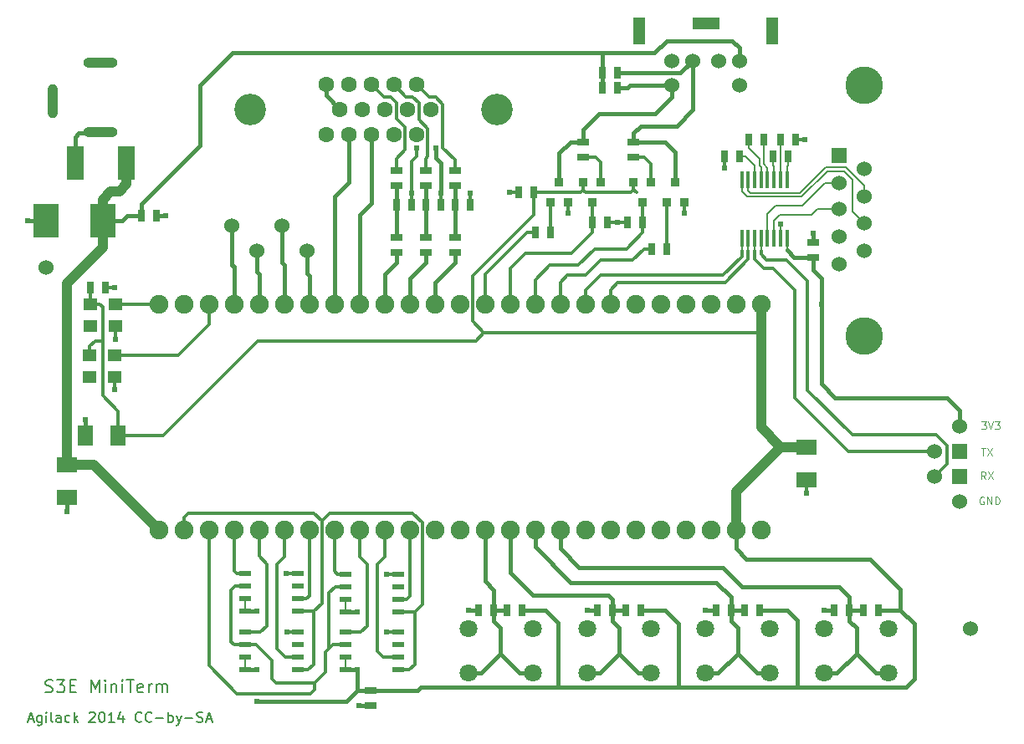
<source format=gtl>
G04 (created by PCBNEW (2014-01-10 BZR 4027)-stable) date Tue 11 Mar 2014 09:34:13 AM CET*
%MOIN*%
G04 Gerber Fmt 3.4, Leading zero omitted, Abs format*
%FSLAX34Y34*%
G01*
G70*
G90*
G04 APERTURE LIST*
%ADD10C,0.00590551*%
%ADD11C,0.006*%
%ADD12C,0.008*%
%ADD13C,0.004*%
%ADD14C,0.075*%
%ADD15R,0.036X0.036*%
%ADD16R,0.045X0.02*%
%ADD17R,0.08X0.06*%
%ADD18R,0.045X0.025*%
%ADD19R,0.025X0.045*%
%ADD20R,0.0700787X0.137795*%
%ADD21R,0.0984X0.1378*%
%ADD22C,0.126*%
%ADD23C,0.063*%
%ADD24O,0.0394X0.1378*%
%ADD25O,0.1378X0.0394*%
%ADD26C,0.15*%
%ADD27R,0.06X0.06*%
%ADD28C,0.06*%
%ADD29R,0.0472441X0.110236*%
%ADD30R,0.110236X0.0472441*%
%ADD31R,0.0118X0.0701*%
%ADD32C,0.0709*%
%ADD33R,0.0551X0.0472*%
%ADD34R,0.06X0.08*%
%ADD35C,0.024*%
%ADD36C,0.012*%
%ADD37C,0.04*%
%ADD38C,0.016*%
G04 APERTURE END LIST*
G54D10*
G54D11*
X67402Y-68187D02*
X67592Y-68187D01*
X67364Y-68301D02*
X67497Y-67901D01*
X67630Y-68301D01*
X67935Y-68035D02*
X67935Y-68359D01*
X67916Y-68397D01*
X67897Y-68416D01*
X67859Y-68435D01*
X67802Y-68435D01*
X67764Y-68416D01*
X67935Y-68282D02*
X67897Y-68301D01*
X67821Y-68301D01*
X67783Y-68282D01*
X67764Y-68263D01*
X67745Y-68225D01*
X67745Y-68111D01*
X67764Y-68073D01*
X67783Y-68054D01*
X67821Y-68035D01*
X67897Y-68035D01*
X67935Y-68054D01*
X68126Y-68301D02*
X68126Y-68035D01*
X68126Y-67901D02*
X68107Y-67920D01*
X68126Y-67940D01*
X68145Y-67920D01*
X68126Y-67901D01*
X68126Y-67940D01*
X68373Y-68301D02*
X68335Y-68282D01*
X68316Y-68244D01*
X68316Y-67901D01*
X68697Y-68301D02*
X68697Y-68092D01*
X68678Y-68054D01*
X68640Y-68035D01*
X68564Y-68035D01*
X68526Y-68054D01*
X68697Y-68282D02*
X68659Y-68301D01*
X68564Y-68301D01*
X68526Y-68282D01*
X68507Y-68244D01*
X68507Y-68206D01*
X68526Y-68168D01*
X68564Y-68149D01*
X68659Y-68149D01*
X68697Y-68130D01*
X69059Y-68282D02*
X69021Y-68301D01*
X68945Y-68301D01*
X68907Y-68282D01*
X68888Y-68263D01*
X68869Y-68225D01*
X68869Y-68111D01*
X68888Y-68073D01*
X68907Y-68054D01*
X68945Y-68035D01*
X69021Y-68035D01*
X69059Y-68054D01*
X69230Y-68301D02*
X69230Y-67901D01*
X69269Y-68149D02*
X69383Y-68301D01*
X69383Y-68035D02*
X69230Y-68187D01*
X69840Y-67940D02*
X69859Y-67920D01*
X69897Y-67901D01*
X69992Y-67901D01*
X70030Y-67920D01*
X70050Y-67940D01*
X70069Y-67978D01*
X70069Y-68016D01*
X70050Y-68073D01*
X69821Y-68301D01*
X70069Y-68301D01*
X70316Y-67901D02*
X70354Y-67901D01*
X70392Y-67920D01*
X70411Y-67940D01*
X70430Y-67978D01*
X70450Y-68054D01*
X70450Y-68149D01*
X70430Y-68225D01*
X70411Y-68263D01*
X70392Y-68282D01*
X70354Y-68301D01*
X70316Y-68301D01*
X70278Y-68282D01*
X70259Y-68263D01*
X70240Y-68225D01*
X70221Y-68149D01*
X70221Y-68054D01*
X70240Y-67978D01*
X70259Y-67940D01*
X70278Y-67920D01*
X70316Y-67901D01*
X70830Y-68301D02*
X70602Y-68301D01*
X70716Y-68301D02*
X70716Y-67901D01*
X70678Y-67959D01*
X70640Y-67997D01*
X70602Y-68016D01*
X71173Y-68035D02*
X71173Y-68301D01*
X71078Y-67882D02*
X70983Y-68168D01*
X71230Y-68168D01*
X71916Y-68263D02*
X71897Y-68282D01*
X71840Y-68301D01*
X71802Y-68301D01*
X71745Y-68282D01*
X71707Y-68244D01*
X71688Y-68206D01*
X71669Y-68130D01*
X71669Y-68073D01*
X71688Y-67997D01*
X71707Y-67959D01*
X71745Y-67920D01*
X71802Y-67901D01*
X71840Y-67901D01*
X71897Y-67920D01*
X71916Y-67940D01*
X72316Y-68263D02*
X72297Y-68282D01*
X72240Y-68301D01*
X72202Y-68301D01*
X72145Y-68282D01*
X72107Y-68244D01*
X72088Y-68206D01*
X72069Y-68130D01*
X72069Y-68073D01*
X72088Y-67997D01*
X72107Y-67959D01*
X72145Y-67920D01*
X72202Y-67901D01*
X72240Y-67901D01*
X72297Y-67920D01*
X72316Y-67940D01*
X72488Y-68149D02*
X72792Y-68149D01*
X72983Y-68301D02*
X72983Y-67901D01*
X72983Y-68054D02*
X73021Y-68035D01*
X73097Y-68035D01*
X73135Y-68054D01*
X73154Y-68073D01*
X73173Y-68111D01*
X73173Y-68225D01*
X73154Y-68263D01*
X73135Y-68282D01*
X73097Y-68301D01*
X73021Y-68301D01*
X72983Y-68282D01*
X73307Y-68035D02*
X73402Y-68301D01*
X73497Y-68035D02*
X73402Y-68301D01*
X73364Y-68397D01*
X73345Y-68416D01*
X73307Y-68435D01*
X73650Y-68149D02*
X73954Y-68149D01*
X74126Y-68282D02*
X74183Y-68301D01*
X74278Y-68301D01*
X74316Y-68282D01*
X74335Y-68263D01*
X74354Y-68225D01*
X74354Y-68187D01*
X74335Y-68149D01*
X74316Y-68130D01*
X74278Y-68111D01*
X74202Y-68092D01*
X74164Y-68073D01*
X74145Y-68054D01*
X74126Y-68016D01*
X74126Y-67978D01*
X74145Y-67940D01*
X74164Y-67920D01*
X74202Y-67901D01*
X74297Y-67901D01*
X74354Y-67920D01*
X74507Y-68187D02*
X74697Y-68187D01*
X74469Y-68301D02*
X74602Y-67901D01*
X74735Y-68301D01*
G54D12*
X68089Y-67093D02*
X68160Y-67117D01*
X68280Y-67117D01*
X68327Y-67093D01*
X68351Y-67069D01*
X68375Y-67022D01*
X68375Y-66974D01*
X68351Y-66926D01*
X68327Y-66903D01*
X68280Y-66879D01*
X68184Y-66855D01*
X68137Y-66831D01*
X68113Y-66807D01*
X68089Y-66760D01*
X68089Y-66712D01*
X68113Y-66665D01*
X68137Y-66641D01*
X68184Y-66617D01*
X68303Y-66617D01*
X68375Y-66641D01*
X68541Y-66617D02*
X68851Y-66617D01*
X68684Y-66807D01*
X68756Y-66807D01*
X68803Y-66831D01*
X68827Y-66855D01*
X68851Y-66903D01*
X68851Y-67022D01*
X68827Y-67069D01*
X68803Y-67093D01*
X68756Y-67117D01*
X68613Y-67117D01*
X68565Y-67093D01*
X68541Y-67069D01*
X69065Y-66855D02*
X69232Y-66855D01*
X69303Y-67117D02*
X69065Y-67117D01*
X69065Y-66617D01*
X69303Y-66617D01*
X69899Y-67117D02*
X69899Y-66617D01*
X70065Y-66974D01*
X70232Y-66617D01*
X70232Y-67117D01*
X70470Y-67117D02*
X70470Y-66784D01*
X70470Y-66617D02*
X70446Y-66641D01*
X70470Y-66665D01*
X70494Y-66641D01*
X70470Y-66617D01*
X70470Y-66665D01*
X70708Y-66784D02*
X70708Y-67117D01*
X70708Y-66831D02*
X70732Y-66807D01*
X70780Y-66784D01*
X70851Y-66784D01*
X70899Y-66807D01*
X70922Y-66855D01*
X70922Y-67117D01*
X71160Y-67117D02*
X71160Y-66784D01*
X71160Y-66617D02*
X71137Y-66641D01*
X71160Y-66665D01*
X71184Y-66641D01*
X71160Y-66617D01*
X71160Y-66665D01*
X71327Y-66617D02*
X71613Y-66617D01*
X71470Y-67117D02*
X71470Y-66617D01*
X71970Y-67093D02*
X71922Y-67117D01*
X71827Y-67117D01*
X71780Y-67093D01*
X71756Y-67045D01*
X71756Y-66855D01*
X71780Y-66807D01*
X71827Y-66784D01*
X71922Y-66784D01*
X71970Y-66807D01*
X71994Y-66855D01*
X71994Y-66903D01*
X71756Y-66950D01*
X72208Y-67117D02*
X72208Y-66784D01*
X72208Y-66879D02*
X72232Y-66831D01*
X72256Y-66807D01*
X72303Y-66784D01*
X72351Y-66784D01*
X72518Y-67117D02*
X72518Y-66784D01*
X72518Y-66831D02*
X72541Y-66807D01*
X72589Y-66784D01*
X72660Y-66784D01*
X72708Y-66807D01*
X72732Y-66855D01*
X72732Y-67117D01*
X72732Y-66855D02*
X72756Y-66807D01*
X72803Y-66784D01*
X72875Y-66784D01*
X72922Y-66807D01*
X72946Y-66855D01*
X72946Y-67117D01*
G54D13*
X105471Y-59335D02*
X105442Y-59321D01*
X105400Y-59321D01*
X105357Y-59335D01*
X105328Y-59364D01*
X105314Y-59392D01*
X105300Y-59450D01*
X105300Y-59492D01*
X105314Y-59550D01*
X105328Y-59578D01*
X105357Y-59607D01*
X105400Y-59621D01*
X105428Y-59621D01*
X105471Y-59607D01*
X105485Y-59592D01*
X105485Y-59492D01*
X105428Y-59492D01*
X105614Y-59621D02*
X105614Y-59321D01*
X105785Y-59621D01*
X105785Y-59321D01*
X105928Y-59621D02*
X105928Y-59321D01*
X106000Y-59321D01*
X106042Y-59335D01*
X106071Y-59364D01*
X106085Y-59392D01*
X106100Y-59450D01*
X106100Y-59492D01*
X106085Y-59550D01*
X106071Y-59578D01*
X106042Y-59607D01*
X106000Y-59621D01*
X105928Y-59621D01*
X105550Y-58621D02*
X105450Y-58478D01*
X105378Y-58621D02*
X105378Y-58321D01*
X105492Y-58321D01*
X105521Y-58335D01*
X105535Y-58350D01*
X105550Y-58378D01*
X105550Y-58421D01*
X105535Y-58450D01*
X105521Y-58464D01*
X105492Y-58478D01*
X105378Y-58478D01*
X105650Y-58321D02*
X105850Y-58621D01*
X105850Y-58321D02*
X105650Y-58621D01*
X105371Y-57371D02*
X105542Y-57371D01*
X105457Y-57671D02*
X105457Y-57371D01*
X105614Y-57371D02*
X105814Y-57671D01*
X105814Y-57371D02*
X105614Y-57671D01*
X105378Y-56321D02*
X105564Y-56321D01*
X105464Y-56435D01*
X105507Y-56435D01*
X105535Y-56450D01*
X105550Y-56464D01*
X105564Y-56492D01*
X105564Y-56564D01*
X105550Y-56592D01*
X105535Y-56607D01*
X105507Y-56621D01*
X105421Y-56621D01*
X105392Y-56607D01*
X105378Y-56592D01*
X105650Y-56321D02*
X105750Y-56621D01*
X105850Y-56321D01*
X105921Y-56321D02*
X106107Y-56321D01*
X106007Y-56435D01*
X106050Y-56435D01*
X106078Y-56450D01*
X106092Y-56464D01*
X106107Y-56492D01*
X106107Y-56564D01*
X106092Y-56592D01*
X106078Y-56607D01*
X106050Y-56621D01*
X105964Y-56621D01*
X105935Y-56607D01*
X105921Y-56592D01*
G54D14*
X96595Y-51640D03*
X95595Y-51640D03*
X94595Y-51640D03*
X93595Y-51640D03*
X92595Y-51640D03*
X91595Y-51640D03*
X90595Y-51640D03*
X89595Y-51640D03*
X88595Y-51640D03*
X87595Y-51640D03*
X86595Y-51640D03*
X85595Y-51640D03*
X84595Y-51640D03*
X83595Y-51640D03*
X82595Y-51640D03*
X81595Y-51640D03*
X80595Y-51640D03*
X79595Y-51640D03*
X78595Y-51640D03*
X77595Y-51640D03*
X76595Y-51640D03*
X75595Y-51640D03*
X74595Y-51640D03*
X73595Y-51640D03*
X72595Y-51640D03*
X72595Y-60640D03*
X73595Y-60640D03*
X74595Y-60640D03*
X75595Y-60640D03*
X76595Y-60640D03*
X77595Y-60640D03*
X78595Y-60640D03*
X79595Y-60640D03*
X80595Y-60640D03*
X81595Y-60640D03*
X82595Y-60640D03*
X83595Y-60640D03*
X84595Y-60640D03*
X85595Y-60640D03*
X86595Y-60640D03*
X87595Y-60640D03*
X88595Y-60640D03*
X89595Y-60640D03*
X90595Y-60640D03*
X91595Y-60640D03*
X92595Y-60640D03*
X93595Y-60640D03*
X94595Y-60640D03*
X95595Y-60640D03*
X96595Y-60640D03*
G54D15*
X91525Y-46785D03*
X92225Y-46785D03*
X91875Y-47585D03*
X89515Y-46785D03*
X90215Y-46785D03*
X89865Y-47585D03*
X88905Y-47585D03*
X88205Y-47585D03*
X88555Y-46785D03*
X93535Y-47585D03*
X92835Y-47585D03*
X93185Y-46785D03*
G54D16*
X76060Y-66210D03*
X78160Y-66210D03*
X76060Y-65710D03*
X76060Y-65210D03*
X76060Y-64710D03*
X78160Y-65710D03*
X78160Y-65210D03*
X78160Y-64710D03*
X80045Y-63890D03*
X82145Y-63890D03*
X80045Y-63390D03*
X80045Y-62890D03*
X80045Y-62390D03*
X82145Y-63390D03*
X82145Y-62890D03*
X82145Y-62390D03*
X76050Y-63885D03*
X78150Y-63885D03*
X76050Y-63385D03*
X76050Y-62885D03*
X76050Y-62385D03*
X78150Y-63385D03*
X78150Y-62885D03*
X78150Y-62385D03*
X80045Y-66210D03*
X82145Y-66210D03*
X80045Y-65710D03*
X80045Y-65210D03*
X80045Y-64710D03*
X82145Y-65710D03*
X82145Y-65210D03*
X82145Y-64710D03*
G54D17*
X68950Y-58050D03*
X68950Y-59350D03*
G54D18*
X82065Y-46895D03*
X82065Y-46295D03*
X83235Y-49570D03*
X83235Y-48970D03*
X82065Y-49570D03*
X82065Y-48970D03*
X84405Y-46890D03*
X84405Y-46290D03*
X83235Y-46895D03*
X83235Y-46295D03*
G54D19*
X91275Y-48375D03*
X91875Y-48375D03*
X84405Y-47665D03*
X85005Y-47665D03*
X83235Y-47665D03*
X83835Y-47665D03*
X82065Y-47665D03*
X82665Y-47665D03*
G54D18*
X84405Y-49570D03*
X84405Y-48970D03*
G54D19*
X92835Y-49425D03*
X92235Y-49425D03*
X87605Y-48760D03*
X88205Y-48760D03*
X89865Y-48375D03*
X90465Y-48375D03*
G54D18*
X89515Y-45170D03*
X89515Y-45770D03*
X91525Y-45770D03*
X91525Y-45170D03*
G54D19*
X90265Y-43020D03*
X90865Y-43020D03*
X90265Y-42420D03*
X90865Y-42420D03*
X71905Y-48090D03*
X72505Y-48090D03*
G54D20*
X69265Y-46020D03*
X71324Y-46020D03*
G54D21*
X68103Y-48295D03*
X70367Y-48295D03*
G54D22*
X76244Y-43870D03*
X86086Y-43870D03*
G54D23*
X82870Y-42870D03*
X83429Y-43870D03*
X81968Y-42870D03*
X81066Y-42870D03*
X80165Y-42870D03*
X79263Y-42870D03*
X82527Y-43870D03*
X81626Y-43870D03*
X80704Y-43870D03*
X79823Y-43870D03*
X82870Y-44870D03*
X81968Y-44870D03*
X81066Y-44870D03*
X80165Y-44870D03*
X79263Y-44870D03*
G54D24*
X68380Y-43539D03*
G54D25*
X70271Y-44764D03*
X70271Y-42009D03*
G54D26*
X100700Y-52895D03*
X100700Y-42895D03*
G54D27*
X99700Y-45695D03*
G54D28*
X99700Y-46795D03*
X99700Y-47845D03*
X99700Y-48945D03*
X99700Y-50045D03*
X100700Y-46245D03*
X100700Y-47345D03*
X100700Y-48395D03*
X100700Y-49495D03*
X93883Y-41930D03*
X94906Y-41930D03*
X93056Y-41930D03*
X95733Y-41930D03*
X93056Y-42914D03*
X95733Y-42914D03*
G54D29*
X97052Y-40748D03*
X91737Y-40748D03*
G54D30*
X94395Y-40433D03*
G54D31*
X97628Y-46681D03*
X97372Y-46681D03*
X97116Y-46681D03*
X96860Y-46681D03*
X96604Y-46681D03*
X96348Y-46681D03*
X96092Y-46681D03*
X95836Y-46681D03*
X95836Y-49019D03*
X96092Y-49019D03*
X96348Y-49019D03*
X96604Y-49019D03*
X96860Y-49019D03*
X97116Y-49019D03*
X97372Y-49019D03*
X97628Y-49019D03*
G54D32*
X84940Y-64574D03*
X87500Y-64574D03*
X84940Y-66346D03*
X87500Y-66346D03*
X89665Y-64574D03*
X92225Y-64574D03*
X89665Y-66346D03*
X92225Y-66346D03*
X94390Y-64574D03*
X96950Y-64574D03*
X94390Y-66346D03*
X96950Y-66346D03*
X99115Y-64574D03*
X101675Y-64574D03*
X99115Y-66346D03*
X101675Y-66346D03*
G54D19*
X100125Y-63835D03*
X99525Y-63835D03*
X97070Y-45725D03*
X97670Y-45725D03*
X95400Y-63835D03*
X94800Y-63835D03*
X90675Y-63835D03*
X90075Y-63835D03*
X101265Y-63835D03*
X100665Y-63835D03*
X96540Y-63835D03*
X95940Y-63835D03*
X91815Y-63835D03*
X91215Y-63835D03*
X87090Y-63835D03*
X86490Y-63835D03*
X85950Y-63835D03*
X85350Y-63835D03*
X95730Y-45725D03*
X95130Y-45725D03*
X97375Y-45065D03*
X97975Y-45065D03*
X96100Y-45065D03*
X96700Y-45065D03*
G54D27*
X104500Y-57500D03*
G54D28*
X103500Y-57500D03*
G54D27*
X104500Y-58500D03*
G54D28*
X103500Y-58500D03*
X104500Y-56500D03*
X104500Y-59500D03*
G54D33*
X69865Y-52503D03*
X70865Y-52503D03*
X70865Y-51637D03*
X69865Y-51637D03*
X69860Y-54553D03*
X70860Y-54553D03*
X70860Y-53687D03*
X69860Y-53687D03*
G54D34*
X70990Y-56880D03*
X69690Y-56880D03*
G54D19*
X69865Y-50960D03*
X70465Y-50960D03*
G54D18*
X81030Y-67050D03*
X81030Y-67650D03*
X98665Y-49780D03*
X98665Y-49180D03*
G54D19*
X87530Y-47185D03*
X86930Y-47185D03*
G54D28*
X68105Y-50185D03*
X104960Y-64570D03*
G54D17*
X98400Y-57325D03*
X98400Y-58625D03*
G54D28*
X78500Y-49500D03*
X77500Y-48500D03*
X76500Y-49500D03*
X75500Y-48500D03*
G54D35*
X99000Y-51640D03*
X76525Y-67485D03*
X80510Y-66210D03*
X80510Y-63890D03*
X76515Y-63885D03*
X76525Y-66210D03*
X98400Y-59165D03*
X86565Y-47185D03*
X98665Y-48815D03*
X80565Y-67650D03*
X70830Y-50960D03*
X69690Y-56240D03*
X70860Y-55030D03*
X70865Y-53035D03*
X84940Y-63835D03*
X68950Y-59890D03*
X72870Y-48090D03*
X67370Y-48295D03*
X97370Y-48430D03*
X95130Y-46190D03*
X98340Y-45065D03*
X99115Y-63835D03*
X89665Y-63835D03*
X94390Y-63835D03*
X93535Y-48005D03*
X90870Y-48375D03*
X88905Y-48005D03*
X81680Y-64710D03*
X81680Y-62390D03*
X77695Y-64710D03*
X77685Y-62385D03*
X82870Y-45405D03*
X83635Y-45405D03*
X82665Y-47200D03*
X85005Y-47200D03*
X83835Y-47200D03*
G54D36*
X96595Y-52770D02*
X85555Y-52770D01*
X85555Y-52770D02*
X85552Y-52767D01*
G54D37*
X96595Y-51640D02*
X96595Y-52770D01*
X96595Y-52770D02*
X96595Y-56545D01*
X96595Y-56545D02*
X97375Y-57325D01*
X95595Y-60640D02*
X95595Y-59105D01*
X95595Y-59105D02*
X97375Y-57325D01*
X97375Y-57325D02*
X98400Y-57325D01*
G54D36*
X87530Y-48050D02*
X87530Y-48060D01*
X87530Y-48060D02*
X85095Y-50495D01*
X87530Y-48050D02*
X87530Y-47185D01*
X85095Y-52310D02*
X85095Y-50495D01*
X85552Y-52767D02*
X85095Y-52310D01*
X87530Y-47185D02*
X89415Y-47185D01*
X89415Y-47185D02*
X89515Y-47085D01*
G54D38*
X98665Y-49780D02*
X97920Y-49780D01*
G54D12*
X97628Y-49488D02*
X97628Y-49019D01*
G54D38*
X97920Y-49780D02*
X97628Y-49488D01*
X99000Y-51640D02*
X99000Y-50595D01*
X98665Y-50260D02*
X98665Y-49780D01*
X99000Y-50595D02*
X98665Y-50260D01*
X81030Y-67050D02*
X82905Y-67050D01*
X82905Y-67050D02*
X83050Y-66905D01*
X83050Y-66905D02*
X88525Y-66905D01*
X80510Y-67050D02*
X81030Y-67050D01*
G54D36*
X69865Y-50960D02*
X69865Y-51637D01*
X70990Y-56880D02*
X70990Y-55900D01*
X70990Y-55900D02*
X70365Y-55275D01*
X70990Y-56880D02*
X72770Y-56880D01*
X72770Y-56880D02*
X76560Y-53090D01*
X85230Y-53090D02*
X85552Y-52767D01*
X76560Y-53090D02*
X85230Y-53090D01*
X69860Y-53687D02*
X69860Y-53310D01*
X70070Y-53100D02*
X70365Y-53100D01*
X69860Y-53310D02*
X70070Y-53100D01*
X70365Y-51755D02*
X70365Y-53100D01*
X70365Y-53100D02*
X70365Y-55275D01*
X70247Y-51637D02*
X70365Y-51755D01*
X69865Y-51637D02*
X70247Y-51637D01*
G54D38*
X104500Y-55870D02*
X104000Y-55370D01*
X104000Y-55370D02*
X99560Y-55370D01*
X99560Y-55370D02*
X99000Y-54810D01*
X99000Y-54810D02*
X99000Y-51640D01*
X104500Y-55870D02*
X104500Y-56500D01*
X102160Y-63835D02*
X102160Y-63010D01*
X101265Y-63835D02*
X102160Y-63835D01*
X102160Y-63835D02*
X102705Y-64380D01*
X96540Y-63835D02*
X97640Y-63835D01*
X98030Y-64225D02*
X98030Y-66905D01*
X97640Y-63835D02*
X98030Y-64225D01*
X91815Y-63835D02*
X92775Y-63835D01*
X93305Y-64365D02*
X93305Y-66905D01*
X92775Y-63835D02*
X93305Y-64365D01*
X88525Y-66905D02*
X88525Y-64355D01*
X88005Y-63835D02*
X87090Y-63835D01*
X88525Y-64355D02*
X88005Y-63835D01*
X88525Y-66905D02*
X93305Y-66905D01*
X93305Y-66905D02*
X98030Y-66905D01*
X98030Y-66905D02*
X102385Y-66905D01*
X76525Y-67485D02*
X80075Y-67485D01*
X80510Y-67050D02*
X80510Y-66210D01*
X80075Y-67485D02*
X80510Y-67050D01*
X80045Y-63890D02*
X80510Y-63890D01*
X80510Y-66210D02*
X80045Y-66210D01*
X76050Y-63885D02*
X76515Y-63885D01*
X76525Y-66210D02*
X76060Y-66210D01*
G54D12*
X80045Y-63890D02*
X80045Y-63390D01*
X80045Y-66210D02*
X80045Y-65710D01*
X76060Y-66210D02*
X76060Y-65710D01*
X76050Y-63885D02*
X76050Y-63385D01*
G54D38*
X95595Y-60640D02*
X95595Y-61385D01*
X100945Y-61795D02*
X102160Y-63010D01*
X96005Y-61795D02*
X100945Y-61795D01*
X95595Y-61385D02*
X96005Y-61795D01*
X102705Y-64380D02*
X102705Y-66585D01*
X102705Y-66585D02*
X102385Y-66905D01*
G54D36*
X91525Y-47080D02*
X91420Y-47185D01*
X89605Y-47185D02*
X89515Y-47095D01*
X89515Y-47095D02*
X89515Y-47085D01*
X91420Y-47185D02*
X89605Y-47185D01*
X89515Y-47085D02*
X89515Y-46785D01*
X91525Y-46785D02*
X91525Y-47080D01*
X91525Y-47080D02*
X91630Y-47185D01*
G54D37*
X68950Y-58050D02*
X70005Y-58050D01*
X70005Y-58050D02*
X72595Y-60640D01*
X70367Y-48295D02*
X70367Y-49383D01*
X68950Y-50800D02*
X68950Y-58050D01*
X70367Y-49383D02*
X68950Y-50800D01*
G54D38*
X90265Y-42420D02*
X90265Y-41610D01*
X90265Y-43020D02*
X90265Y-42420D01*
G54D37*
X70367Y-48295D02*
X70367Y-47458D01*
X71324Y-46850D02*
X71035Y-47140D01*
X71324Y-46850D02*
X71324Y-46020D01*
X70685Y-47140D02*
X71035Y-47140D01*
X70367Y-47458D02*
X70685Y-47140D01*
G54D38*
X71905Y-48090D02*
X71350Y-48090D01*
X71145Y-48295D02*
X70367Y-48295D01*
X71350Y-48090D02*
X71145Y-48295D01*
X95733Y-41930D02*
X95733Y-41408D01*
X92360Y-41610D02*
X90265Y-41610D01*
X92845Y-41125D02*
X92360Y-41610D01*
X95450Y-41125D02*
X92845Y-41125D01*
X95733Y-41408D02*
X95450Y-41125D01*
X71905Y-47630D02*
X71905Y-48090D01*
X74235Y-45300D02*
X71905Y-47630D01*
X74235Y-42910D02*
X74235Y-45300D01*
X75535Y-41610D02*
X74235Y-42910D01*
X90265Y-41610D02*
X75535Y-41610D01*
G54D36*
X70860Y-53687D02*
X73363Y-53687D01*
X74595Y-52455D02*
X74595Y-51640D01*
X73363Y-53687D02*
X74595Y-52455D01*
X70865Y-51637D02*
X72592Y-51637D01*
X72592Y-51637D02*
X72595Y-51640D01*
X98400Y-59165D02*
X98400Y-58625D01*
X86565Y-47185D02*
X86930Y-47185D01*
G54D38*
X98665Y-48815D02*
X98665Y-49180D01*
X81030Y-67650D02*
X80565Y-67650D01*
G54D36*
X70465Y-50960D02*
X70830Y-50960D01*
G54D38*
X69690Y-56240D02*
X69690Y-56880D01*
G54D36*
X70860Y-55030D02*
X70860Y-54553D01*
X70865Y-53035D02*
X70865Y-52503D01*
G54D38*
X85350Y-63835D02*
X84940Y-63835D01*
X68950Y-59350D02*
X68950Y-59890D01*
X72870Y-48090D02*
X72505Y-48090D01*
X68103Y-48295D02*
X67370Y-48295D01*
G54D12*
X97370Y-48430D02*
X97370Y-48570D01*
X97372Y-48572D02*
X97372Y-49019D01*
X97370Y-48570D02*
X97372Y-48572D01*
G54D36*
X95130Y-46190D02*
X95130Y-45725D01*
X97975Y-45065D02*
X98340Y-45065D01*
G54D38*
X99115Y-63835D02*
X99525Y-63835D01*
X89665Y-63835D02*
X90075Y-63835D01*
X94390Y-63835D02*
X94800Y-63835D01*
G54D36*
X93535Y-48005D02*
X93535Y-47585D01*
X91275Y-48375D02*
X90870Y-48375D01*
X90870Y-48375D02*
X90465Y-48375D01*
X88905Y-47585D02*
X88905Y-48005D01*
X81680Y-64710D02*
X82145Y-64710D01*
X82145Y-62390D02*
X81680Y-62390D01*
X78160Y-64710D02*
X77695Y-64710D01*
X78150Y-62385D02*
X77685Y-62385D01*
X82665Y-47200D02*
X82665Y-45950D01*
X82870Y-45745D02*
X82870Y-45405D01*
X82665Y-45950D02*
X82870Y-45745D01*
G54D38*
X83835Y-47200D02*
X83835Y-45990D01*
X83635Y-45790D02*
X83635Y-45405D01*
X83835Y-45990D02*
X83635Y-45790D01*
G54D36*
X85005Y-47665D02*
X85005Y-47200D01*
X83835Y-47665D02*
X83835Y-47200D01*
X82665Y-47200D02*
X82665Y-47665D01*
G54D38*
X81626Y-43870D02*
X81625Y-43870D01*
X79263Y-42870D02*
X79263Y-43310D01*
X79263Y-43310D02*
X79823Y-43870D01*
G54D36*
X76050Y-62385D02*
X75720Y-62385D01*
X75595Y-62260D02*
X75595Y-60640D01*
X75720Y-62385D02*
X75595Y-62260D01*
X78150Y-63385D02*
X78480Y-63385D01*
X78595Y-63270D02*
X78595Y-60640D01*
X78480Y-63385D02*
X78595Y-63270D01*
X76900Y-61990D02*
X76900Y-64460D01*
X76595Y-61685D02*
X76900Y-61990D01*
X76595Y-60640D02*
X76595Y-61685D01*
X76650Y-64710D02*
X76060Y-64710D01*
X76900Y-64460D02*
X76650Y-64710D01*
X77595Y-60640D02*
X77595Y-61695D01*
X77640Y-65710D02*
X78160Y-65710D01*
X77300Y-65370D02*
X77640Y-65710D01*
X77300Y-61990D02*
X77300Y-65370D01*
X77595Y-61695D02*
X77300Y-61990D01*
X80045Y-62390D02*
X79715Y-62390D01*
X79595Y-62270D02*
X79595Y-60640D01*
X79715Y-62390D02*
X79595Y-62270D01*
X82145Y-63390D02*
X82475Y-63390D01*
X82595Y-63270D02*
X82595Y-60640D01*
X82475Y-63390D02*
X82595Y-63270D01*
X80895Y-61995D02*
X80895Y-64460D01*
X80595Y-61695D02*
X80895Y-61995D01*
X80595Y-60640D02*
X80595Y-61695D01*
X80645Y-64710D02*
X80045Y-64710D01*
X80895Y-64460D02*
X80645Y-64710D01*
X81595Y-60640D02*
X81595Y-61695D01*
X81545Y-65710D02*
X82145Y-65710D01*
X81295Y-65460D02*
X81545Y-65710D01*
X81295Y-61995D02*
X81295Y-65460D01*
X81595Y-61695D02*
X81295Y-61995D01*
X74595Y-60640D02*
X74595Y-66045D01*
X78815Y-66990D02*
X78815Y-66730D01*
X78640Y-67165D02*
X78815Y-66990D01*
X75715Y-67165D02*
X78640Y-67165D01*
X74595Y-66045D02*
X75715Y-67165D01*
X76050Y-62885D02*
X75645Y-62885D01*
X75595Y-65210D02*
X76060Y-65210D01*
X75475Y-65090D02*
X75595Y-65210D01*
X75475Y-63055D02*
X75475Y-65090D01*
X75645Y-62885D02*
X75475Y-63055D01*
X80045Y-62890D02*
X79640Y-62890D01*
X79390Y-63140D02*
X79390Y-65360D01*
X79640Y-62890D02*
X79390Y-63140D01*
X76060Y-65210D02*
X76465Y-65210D01*
X79540Y-65210D02*
X80045Y-65210D01*
X79245Y-65505D02*
X79390Y-65360D01*
X79390Y-65360D02*
X79540Y-65210D01*
X79245Y-66300D02*
X79245Y-65505D01*
X78815Y-66730D02*
X79245Y-66300D01*
X77280Y-66730D02*
X78815Y-66730D01*
X77110Y-66560D02*
X77280Y-66730D01*
X77110Y-65855D02*
X77110Y-66560D01*
X76465Y-65210D02*
X77110Y-65855D01*
X82800Y-63890D02*
X82800Y-65990D01*
X82580Y-66210D02*
X82145Y-66210D01*
X82800Y-65990D02*
X82580Y-66210D01*
X79095Y-60280D02*
X79405Y-59970D01*
X82800Y-63890D02*
X82145Y-63890D01*
X83095Y-63595D02*
X82800Y-63890D01*
X83095Y-60350D02*
X83095Y-63595D01*
X82715Y-59970D02*
X83095Y-60350D01*
X79405Y-59970D02*
X82715Y-59970D01*
X78775Y-63885D02*
X78775Y-65995D01*
X78560Y-66210D02*
X78160Y-66210D01*
X78775Y-65995D02*
X78560Y-66210D01*
X73595Y-60640D02*
X73595Y-60140D01*
X78775Y-63885D02*
X78150Y-63885D01*
X79095Y-63565D02*
X78775Y-63885D01*
X79095Y-60280D02*
X79095Y-63565D01*
X78785Y-59970D02*
X79095Y-60280D01*
X73765Y-59970D02*
X78785Y-59970D01*
X73595Y-60140D02*
X73765Y-59970D01*
G54D12*
X95730Y-45725D02*
X95975Y-45725D01*
X96348Y-46098D02*
X96348Y-46681D01*
X95975Y-45725D02*
X96348Y-46098D01*
X95836Y-46681D02*
X95836Y-47141D01*
X100240Y-47935D02*
X100700Y-48395D01*
X100240Y-46680D02*
X100240Y-47935D01*
X99895Y-46335D02*
X100240Y-46680D01*
X99230Y-46335D02*
X99895Y-46335D01*
X98215Y-47350D02*
X99230Y-46335D01*
X96045Y-47350D02*
X98215Y-47350D01*
X95836Y-47141D02*
X96045Y-47350D01*
X99700Y-46795D02*
X99140Y-46795D01*
X96860Y-48025D02*
X96860Y-49019D01*
X97190Y-47695D02*
X96860Y-48025D01*
X98240Y-47695D02*
X97190Y-47695D01*
X99140Y-46795D02*
X98240Y-47695D01*
X96700Y-45065D02*
X96700Y-46035D01*
X96860Y-46195D02*
X96860Y-46681D01*
X96700Y-46035D02*
X96860Y-46195D01*
X96350Y-49500D02*
X96350Y-49021D01*
G54D36*
X100070Y-57500D02*
X97940Y-55370D01*
X97940Y-55370D02*
X97940Y-51060D01*
X97940Y-51060D02*
X97080Y-50200D01*
X97080Y-50200D02*
X96720Y-50200D01*
X96720Y-50200D02*
X96350Y-49830D01*
X96350Y-49830D02*
X96350Y-49500D01*
X103500Y-57500D02*
X100070Y-57500D01*
G54D12*
X96350Y-49021D02*
X96348Y-49019D01*
X96600Y-49500D02*
X96600Y-49023D01*
G54D36*
X104000Y-58000D02*
X104000Y-57260D01*
X104000Y-57260D02*
X103580Y-56840D01*
X103580Y-56840D02*
X100230Y-56840D01*
X100230Y-56840D02*
X98460Y-55070D01*
X98460Y-55070D02*
X98460Y-50710D01*
X98460Y-50710D02*
X97620Y-49870D01*
X97620Y-49870D02*
X96820Y-49870D01*
X96820Y-49870D02*
X96600Y-49650D01*
X96600Y-49650D02*
X96600Y-49500D01*
X103500Y-58500D02*
X104000Y-58000D01*
G54D12*
X96600Y-49023D02*
X96604Y-49019D01*
X97070Y-45725D02*
X97070Y-46100D01*
X97116Y-46146D02*
X97116Y-46681D01*
X97070Y-46100D02*
X97116Y-46146D01*
X96092Y-46681D02*
X96092Y-47112D01*
X100700Y-46900D02*
X100700Y-47345D01*
X99970Y-46170D02*
X100700Y-46900D01*
X99185Y-46170D02*
X99970Y-46170D01*
X98155Y-47200D02*
X99185Y-46170D01*
X96180Y-47200D02*
X98155Y-47200D01*
X96092Y-47112D02*
X96180Y-47200D01*
X99700Y-47845D02*
X98840Y-47845D01*
X97116Y-48294D02*
X97116Y-49019D01*
X97335Y-48075D02*
X97116Y-48294D01*
X98610Y-48075D02*
X97335Y-48075D01*
X98840Y-47845D02*
X98610Y-48075D01*
G54D38*
X76500Y-49500D02*
X76500Y-50355D01*
X76595Y-50450D02*
X76595Y-51640D01*
X76500Y-50355D02*
X76595Y-50450D01*
G54D12*
X97670Y-45725D02*
X97670Y-46100D01*
X97628Y-46142D02*
X97628Y-46681D01*
X97670Y-46100D02*
X97628Y-46142D01*
G54D38*
X78500Y-49500D02*
X78500Y-50395D01*
X78595Y-50490D02*
X78595Y-51640D01*
X78500Y-50395D02*
X78595Y-50490D01*
X77500Y-48500D02*
X77500Y-49975D01*
X77595Y-50070D02*
X77595Y-51640D01*
X77500Y-49975D02*
X77595Y-50070D01*
X75500Y-48500D02*
X75500Y-50060D01*
X75595Y-50155D02*
X75595Y-51640D01*
X75500Y-50060D02*
X75595Y-50155D01*
X70310Y-44803D02*
X69422Y-44803D01*
X69265Y-44959D02*
X69265Y-46020D01*
X69422Y-44803D02*
X69265Y-44959D01*
G54D12*
X96100Y-45065D02*
X96100Y-45395D01*
X96604Y-46164D02*
X96604Y-46681D01*
X96550Y-46110D02*
X96604Y-46164D01*
X96550Y-45845D02*
X96550Y-46110D01*
X96100Y-45395D02*
X96550Y-45845D01*
G54D36*
X88205Y-47585D02*
X88205Y-48760D01*
X92835Y-47585D02*
X92835Y-49425D01*
X89515Y-45770D02*
X90015Y-45770D01*
X90215Y-45970D02*
X90215Y-46785D01*
X90015Y-45770D02*
X90215Y-45970D01*
X91525Y-45770D02*
X91945Y-45770D01*
X92225Y-46050D02*
X92225Y-46785D01*
X91945Y-45770D02*
X92225Y-46050D01*
G54D12*
X97375Y-45065D02*
X97375Y-46678D01*
X97375Y-46678D02*
X97372Y-46681D01*
G54D36*
X81968Y-42870D02*
X81968Y-42873D01*
X83235Y-45845D02*
X83235Y-46295D01*
X83325Y-45755D02*
X83235Y-45845D01*
X83325Y-44625D02*
X83325Y-45755D01*
X82980Y-44280D02*
X83325Y-44625D01*
X82980Y-43620D02*
X82980Y-44280D01*
X82725Y-43365D02*
X82980Y-43620D01*
X82460Y-43365D02*
X82725Y-43365D01*
X81968Y-42873D02*
X82460Y-43365D01*
X81066Y-42870D02*
X81066Y-42871D01*
X82065Y-45830D02*
X82065Y-46295D01*
X82420Y-45475D02*
X82065Y-45830D01*
X82420Y-44580D02*
X82420Y-45475D01*
X82080Y-44240D02*
X82420Y-44580D01*
X82080Y-43620D02*
X82080Y-44240D01*
X81830Y-43370D02*
X82080Y-43620D01*
X81565Y-43370D02*
X81830Y-43370D01*
X81066Y-42871D02*
X81565Y-43370D01*
X83365Y-43365D02*
X83630Y-43365D01*
X82870Y-42870D02*
X83365Y-43365D01*
X84405Y-45875D02*
X84405Y-46290D01*
X83925Y-45395D02*
X84405Y-45875D01*
X83925Y-43660D02*
X83925Y-45395D01*
X83630Y-43365D02*
X83925Y-43660D01*
G54D38*
X91525Y-45170D02*
X92790Y-45170D01*
X93185Y-45565D02*
X93185Y-46785D01*
X92790Y-45170D02*
X93185Y-45565D01*
X93883Y-41930D02*
X93883Y-43876D01*
X91525Y-44795D02*
X91525Y-45170D01*
X91795Y-44525D02*
X91525Y-44795D01*
X93235Y-44525D02*
X91795Y-44525D01*
X93883Y-43876D02*
X93235Y-44525D01*
X90865Y-42420D02*
X93393Y-42420D01*
X93393Y-42420D02*
X93883Y-41930D01*
X89515Y-45170D02*
X89005Y-45170D01*
X88555Y-45620D02*
X88555Y-46785D01*
X89005Y-45170D02*
X88555Y-45620D01*
X93056Y-42914D02*
X93056Y-43358D01*
X89515Y-44660D02*
X89515Y-45170D01*
X90150Y-44025D02*
X89515Y-44660D01*
X92390Y-44025D02*
X90150Y-44025D01*
X93056Y-43358D02*
X92390Y-44025D01*
X93056Y-42914D02*
X91390Y-42914D01*
X91285Y-43020D02*
X90865Y-43020D01*
X91390Y-42914D02*
X91285Y-43020D01*
X84405Y-47665D02*
X84405Y-46890D01*
X84405Y-47665D02*
X84405Y-48970D01*
X83235Y-47665D02*
X83235Y-46895D01*
X83235Y-47665D02*
X83235Y-48970D01*
X82065Y-47665D02*
X82065Y-46895D01*
X82065Y-47665D02*
X82065Y-48970D01*
G54D36*
X91490Y-49875D02*
X90220Y-49875D01*
X90220Y-49875D02*
X89620Y-50475D01*
X92235Y-49425D02*
X91940Y-49425D01*
X88595Y-50760D02*
X88595Y-51640D01*
X88880Y-50475D02*
X88595Y-50760D01*
X89620Y-50475D02*
X88880Y-50475D01*
X91940Y-49425D02*
X91490Y-49875D01*
X89865Y-48375D02*
X89865Y-48780D01*
X86595Y-50205D02*
X86595Y-51640D01*
X87210Y-49590D02*
X86595Y-50205D01*
X89055Y-49590D02*
X87210Y-49590D01*
X89865Y-48780D02*
X89055Y-49590D01*
X89865Y-47585D02*
X89865Y-48375D01*
X87605Y-48760D02*
X87270Y-48760D01*
X85595Y-50435D02*
X85595Y-51640D01*
X87270Y-48760D02*
X85595Y-50435D01*
X91230Y-49425D02*
X89980Y-49425D01*
X89980Y-49425D02*
X89325Y-50080D01*
X91875Y-48375D02*
X91875Y-48780D01*
X87595Y-50665D02*
X87595Y-51640D01*
X88180Y-50080D02*
X87595Y-50665D01*
X89325Y-50080D02*
X88180Y-50080D01*
X91875Y-48780D02*
X91230Y-49425D01*
X91875Y-47585D02*
X91875Y-48375D01*
G54D38*
X85950Y-63835D02*
X86490Y-63835D01*
X85595Y-60640D02*
X85595Y-62675D01*
X85950Y-63030D02*
X85950Y-63835D01*
X85595Y-62675D02*
X85950Y-63030D01*
X86220Y-65575D02*
X86220Y-64535D01*
X86220Y-64535D02*
X86220Y-64530D01*
X86220Y-64530D02*
X85950Y-64260D01*
X85950Y-64260D02*
X85950Y-63835D01*
X87500Y-66346D02*
X86991Y-66346D01*
X86991Y-66346D02*
X86220Y-65575D01*
X84940Y-66346D02*
X85449Y-66346D01*
X85449Y-66346D02*
X86220Y-65575D01*
X91215Y-63835D02*
X90675Y-63835D01*
X86595Y-60640D02*
X86595Y-62330D01*
X86595Y-62330D02*
X87505Y-63240D01*
X87505Y-63240D02*
X90510Y-63240D01*
X90510Y-63240D02*
X90675Y-63405D01*
X90675Y-63405D02*
X90675Y-63835D01*
X90675Y-63835D02*
X90675Y-64265D01*
X90675Y-64265D02*
X90945Y-64535D01*
X90945Y-64535D02*
X90945Y-65570D01*
X92225Y-66346D02*
X91721Y-66346D01*
X91721Y-66346D02*
X90945Y-65570D01*
X89665Y-66346D02*
X90169Y-66346D01*
X90169Y-66346D02*
X90945Y-65570D01*
X89000Y-62725D02*
X94810Y-62725D01*
X87595Y-61320D02*
X89000Y-62725D01*
X87595Y-60640D02*
X87595Y-61320D01*
X95400Y-63315D02*
X95400Y-63835D01*
X94810Y-62725D02*
X95400Y-63315D01*
X95400Y-63835D02*
X95400Y-64265D01*
X95670Y-64535D02*
X95670Y-65570D01*
X95400Y-64265D02*
X95670Y-64535D01*
X95400Y-63835D02*
X95940Y-63835D01*
X96950Y-66346D02*
X96446Y-66346D01*
X96446Y-66346D02*
X95670Y-65570D01*
X94390Y-66346D02*
X94894Y-66346D01*
X94894Y-66346D02*
X95670Y-65570D01*
X89355Y-62130D02*
X95090Y-62130D01*
X88595Y-61370D02*
X89355Y-62130D01*
X88595Y-60640D02*
X88595Y-61370D01*
X100125Y-63315D02*
X100125Y-63835D01*
X99700Y-62890D02*
X100125Y-63315D01*
X95850Y-62890D02*
X99700Y-62890D01*
X95090Y-62130D02*
X95850Y-62890D01*
X100665Y-63835D02*
X100125Y-63835D01*
X100125Y-63835D02*
X100125Y-64265D01*
X100395Y-64535D02*
X100395Y-65570D01*
X100125Y-64265D02*
X100395Y-64535D01*
X101675Y-66346D02*
X101171Y-66346D01*
X101171Y-66346D02*
X100395Y-65570D01*
X99115Y-66346D02*
X99619Y-66346D01*
X99619Y-66346D02*
X100395Y-65570D01*
G54D12*
X95835Y-49495D02*
X95835Y-49020D01*
G54D36*
X95085Y-50475D02*
X95835Y-49725D01*
X95835Y-49725D02*
X95835Y-49495D01*
X89595Y-51075D02*
X90195Y-50475D01*
X89595Y-51640D02*
X89595Y-51075D01*
X90195Y-50475D02*
X95085Y-50475D01*
G54D12*
X95835Y-49020D02*
X95836Y-49019D01*
X96090Y-49495D02*
X96090Y-49021D01*
G54D36*
X90595Y-51060D02*
X90875Y-50780D01*
X90875Y-50780D02*
X95165Y-50780D01*
X95165Y-50780D02*
X96090Y-49855D01*
X90595Y-51640D02*
X90595Y-51060D01*
X96090Y-49495D02*
X96090Y-49855D01*
G54D12*
X96090Y-49021D02*
X96092Y-49019D01*
G54D38*
X82065Y-49570D02*
X82065Y-49975D01*
X81595Y-50445D02*
X81595Y-51640D01*
X82065Y-49975D02*
X81595Y-50445D01*
X83235Y-49570D02*
X83235Y-49975D01*
X82595Y-50615D02*
X82595Y-51640D01*
X83235Y-49975D02*
X82595Y-50615D01*
X81066Y-44870D02*
X81066Y-47604D01*
X80595Y-48075D02*
X80595Y-51640D01*
X81066Y-47604D02*
X80595Y-48075D01*
X84405Y-49570D02*
X84405Y-49975D01*
X83595Y-50785D02*
X83595Y-51640D01*
X84405Y-49975D02*
X83595Y-50785D01*
X80165Y-44870D02*
X80165Y-46765D01*
X79595Y-47335D02*
X79595Y-51640D01*
X80165Y-46765D02*
X79595Y-47335D01*
M02*

</source>
